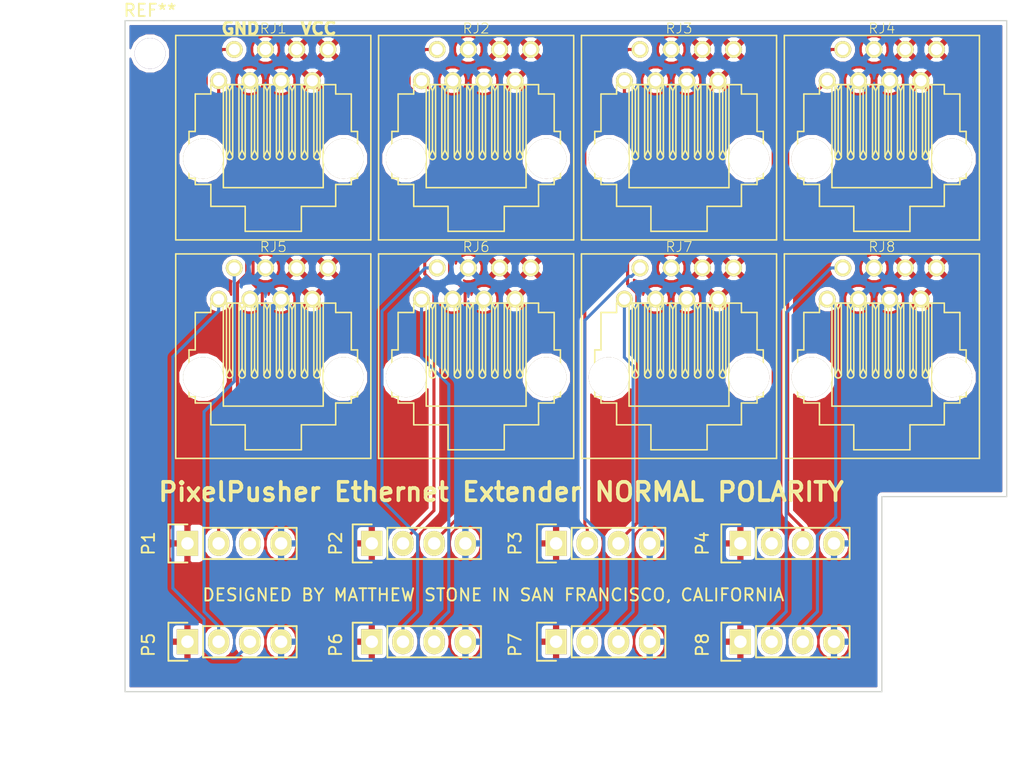
<source format=kicad_pcb>
(kicad_pcb (version 4) (host pcbnew "(2015-06-24 BZR 5814, Git a8bffb8)-product")
  (layers (0 F.Cu signal) (31 B.Cu signal) (34 B.Paste user) (35 F.Paste user) (36 B.SilkS user) (37 F.SilkS user) (38 B.Mask user) (39 F.Mask user) (44 Edge.Cuts user))
  (net 0 "")
  (net 1 VCC)
  (net 2 "Net-(P1-Pad2)")
  (net 3 "Net-(P1-Pad3)")
  (net 4 GND)
  (net 5 "Net-(P2-Pad2)")
  (net 6 "Net-(P2-Pad3)")
  (net 7 "Net-(P3-Pad2)")
  (net 8 "Net-(P3-Pad3)")
  (net 9 "Net-(P4-Pad2)")
  (net 10 "Net-(P4-Pad3)")
  (net 11 "Net-(P5-Pad2)")
  (net 12 "Net-(P5-Pad3)")
  (net 13 "Net-(P6-Pad2)")
  (net 14 "Net-(P6-Pad3)")
  (net 15 "Net-(P7-Pad2)")
  (net 16 "Net-(P7-Pad3)")
  (net 17 "Net-(P8-Pad2)")
  (net 18 "Net-(P8-Pad3)")
  (module Pin_Headers:Pin_Header_Straight_1x04 (layer F.Cu) (at 159.78 136.27 90)
    (fp_text reference P6 (at -0.255 -2.935 90) (layer F.SilkS))
    (fp_text value CONN_01X04 hide)
    (pad 1 thru_hole rect (at 0 0 90) (size 2.032 1.7272) (drill 1.016) (layers *.Cu *.Mask F.SilkS) (net 1 VCC))
    (pad 2 thru_hole oval (at 0 2.54 90) (size 2.032 1.7272) (drill 1.016) (layers *.Cu *.Mask F.SilkS) (net 13 "Net-(P6-Pad2)"))
    (pad 3 thru_hole oval (at 0 5.08 90) (size 2.032 1.7272) (drill 1.016) (layers *.Cu *.Mask F.SilkS) (net 14 "Net-(P6-Pad3)"))
    (pad 4 thru_hole oval (at 0 7.62 90) (size 2.032 1.7272) (drill 1.016) (layers *.Cu *.Mask F.SilkS) (net 4 GND))
  )
  (module Pin_Headers:Pin_Header_Straight_1x04 (layer F.Cu) (at 174.78 128.27 90)
    (fp_text reference P3 (at 0 -3.33 90) (layer F.SilkS))
    (fp_text value CONN_01X04 hide)
    (pad 1 thru_hole rect (at 0 0 90) (size 2.032 1.7272) (drill 1.016) (layers *.Cu *.Mask F.SilkS) (net 1 VCC))
    (pad 2 thru_hole oval (at 0 2.54 90) (size 2.032 1.7272) (drill 1.016) (layers *.Cu *.Mask F.SilkS) (net 7 "Net-(P3-Pad2)"))
    (pad 3 thru_hole oval (at 0 5.08 90) (size 2.032 1.7272) (drill 1.016) (layers *.Cu *.Mask F.SilkS) (net 8 "Net-(P3-Pad3)"))
    (pad 4 thru_hole oval (at 0 7.62 90) (size 2.032 1.7272) (drill 1.016) (layers *.Cu *.Mask F.SilkS) (net 4 GND))
  )
  (module Pin_Headers:Pin_Header_Straight_1x04 (layer F.Cu) (at 189.78 136.27 90)
    (fp_text reference P8 (at -0.255 -3.09 90) (layer F.SilkS))
    (fp_text value CONN_01X04 hide)
    (pad 1 thru_hole rect (at 0 0 90) (size 2.032 1.7272) (drill 1.016) (layers *.Cu *.Mask F.SilkS) (net 1 VCC))
    (pad 2 thru_hole oval (at 0 2.54 90) (size 2.032 1.7272) (drill 1.016) (layers *.Cu *.Mask F.SilkS) (net 17 "Net-(P8-Pad2)"))
    (pad 3 thru_hole oval (at 0 5.08 90) (size 2.032 1.7272) (drill 1.016) (layers *.Cu *.Mask F.SilkS) (net 18 "Net-(P8-Pad3)"))
    (pad 4 thru_hole oval (at 0 7.62 90) (size 2.032 1.7272) (drill 1.016) (layers *.Cu *.Mask F.SilkS) (net 4 GND))
  )
  (module Pin_Headers:Pin_Header_Straight_1x04 (layer F.Cu) (at 174.78 136.27 90)
    (fp_text reference P7 (at -0.255 -3.33 90) (layer F.SilkS))
    (fp_text value CONN_01X04 hide)
    (pad 1 thru_hole rect (at 0 0 90) (size 2.032 1.7272) (drill 1.016) (layers *.Cu *.Mask F.SilkS) (net 1 VCC))
    (pad 2 thru_hole oval (at 0 2.54 90) (size 2.032 1.7272) (drill 1.016) (layers *.Cu *.Mask F.SilkS) (net 15 "Net-(P7-Pad2)"))
    (pad 3 thru_hole oval (at 0 5.08 90) (size 2.032 1.7272) (drill 1.016) (layers *.Cu *.Mask F.SilkS) (net 16 "Net-(P7-Pad3)"))
    (pad 4 thru_hole oval (at 0 7.62 90) (size 2.032 1.7272) (drill 1.016) (layers *.Cu *.Mask F.SilkS) (net 4 GND))
  )
  (module Pin_Headers:Pin_Header_Straight_1x04 (layer F.Cu) (at 144.78 136.27 90)
    (fp_text reference P5 (at -0.255 -3.175 90) (layer F.SilkS))
    (fp_text value CONN_01X04 hide)
    (pad 1 thru_hole rect (at 0 0 90) (size 2.032 1.7272) (drill 1.016) (layers *.Cu *.Mask F.SilkS) (net 1 VCC))
    (pad 2 thru_hole oval (at 0 2.54 90) (size 2.032 1.7272) (drill 1.016) (layers *.Cu *.Mask F.SilkS) (net 11 "Net-(P5-Pad2)"))
    (pad 3 thru_hole oval (at 0 5.08 90) (size 2.032 1.7272) (drill 1.016) (layers *.Cu *.Mask F.SilkS) (net 12 "Net-(P5-Pad3)"))
    (pad 4 thru_hole oval (at 0 7.62 90) (size 2.032 1.7272) (drill 1.016) (layers *.Cu *.Mask F.SilkS) (net 4 GND))
  )
  (module Pin_Headers:Pin_Header_Straight_1x04 (layer F.Cu) (at 189.78 128.27 90)
    (fp_text reference P4 (at 0 -3.09 90) (layer F.SilkS))
    (fp_text value CONN_01X04 hide)
    (pad 1 thru_hole rect (at 0 0 90) (size 2.032 1.7272) (drill 1.016) (layers *.Cu *.Mask F.SilkS) (net 1 VCC))
    (pad 2 thru_hole oval (at 0 2.54 90) (size 2.032 1.7272) (drill 1.016) (layers *.Cu *.Mask F.SilkS) (net 9 "Net-(P4-Pad2)"))
    (pad 3 thru_hole oval (at 0 5.08 90) (size 2.032 1.7272) (drill 1.016) (layers *.Cu *.Mask F.SilkS) (net 10 "Net-(P4-Pad3)"))
    (pad 4 thru_hole oval (at 0 7.62 90) (size 2.032 1.7272) (drill 1.016) (layers *.Cu *.Mask F.SilkS) (net 4 GND))
  )
  (module Pin_Headers:Pin_Header_Straight_1x04 (layer F.Cu) (at 159.78 128.27 90)
    (fp_text reference P2 (at 0 -2.935 90) (layer F.SilkS))
    (fp_text value CONN_01X04 hide)
    (pad 1 thru_hole rect (at 0 0 90) (size 2.032 1.7272) (drill 1.016) (layers *.Cu *.Mask F.SilkS) (net 1 VCC))
    (pad 2 thru_hole oval (at 0 2.54 90) (size 2.032 1.7272) (drill 1.016) (layers *.Cu *.Mask F.SilkS) (net 5 "Net-(P2-Pad2)"))
    (pad 3 thru_hole oval (at 0 5.08 90) (size 2.032 1.7272) (drill 1.016) (layers *.Cu *.Mask F.SilkS) (net 6 "Net-(P2-Pad3)"))
    (pad 4 thru_hole oval (at 0 7.62 90) (size 2.032 1.7272) (drill 1.016) (layers *.Cu *.Mask F.SilkS) (net 4 GND))
  )
  (module ab2_connector:AB2_RJ45_VERT_UNSHIELDED (layer F.Cu) (at 151.765 95.25)
    (fp_text reference RJ1 (at 0 -8.89) (layer F.SilkS) (effects (font (size 0.8128 0.8128) (thickness 0.0762))))
    (fp_text value AB2_RJ45 hide)
    (pad 8 thru_hole circle (at 4.445 -7.18) (size 1.3716 1.3716) (drill 0.9144) (layers *.Cu *.Mask F.SilkS) (net 1 VCC))
    (pad 6 thru_hole circle (at 1.905 -7.18) (size 1.3716 1.3716) (drill 0.9144) (layers *.Cu *.Mask F.SilkS) (net 1 VCC))
    (pad 1 thru_hole circle (at -4.445 -4.64) (size 1.3716 1.3716) (drill 0.9144) (layers *.Cu *.Mask F.SilkS) (net 3 "Net-(P1-Pad3)"))
    (pad 2 thru_hole circle (at -3.175 -7.18) (size 1.3716 1.3716) (drill 0.9144) (layers *.Cu *.Mask F.SilkS) (net 2 "Net-(P1-Pad2)"))
    (pad 3 thru_hole circle (at -1.905 -4.64) (size 1.3716 1.3716) (drill 0.9144) (layers *.Cu *.Mask F.SilkS) (net 4 GND))
    (pad 4 thru_hole circle (at -0.635 -7.18) (size 1.3716 1.3716) (drill 0.9144) (layers *.Cu *.Mask F.SilkS) (net 4 GND))
    (pad 5 thru_hole circle (at 0.635 -4.64) (size 1.3716 1.3716) (drill 0.9144) (layers *.Cu *.Mask F.SilkS) (net 4 GND))
    (pad 7 thru_hole circle (at 3.175 -4.64) (size 1.3716 1.3716) (drill 0.9144) (layers *.Cu *.Mask F.SilkS) (net 1 VCC))
    (pad "" thru_hole circle (at -5.715 1.71) (size 3.25 3.25) (drill 3.25) (layers *.Cu *.Mask F.SilkS))
    (pad "" thru_hole circle (at 5.715 1.71) (size 3.25 3.25) (drill 3.25) (layers *.Cu *.Mask F.SilkS))
  )
  (module Pin_Headers:Pin_Header_Straight_1x04 (layer F.Cu) (at 144.78 128.27 90)
    (fp_text reference P1 (at 0 -3.175 90) (layer F.SilkS))
    (fp_text value CONN_01X04 hide)
    (pad 1 thru_hole rect (at 0 0 90) (size 2.032 1.7272) (drill 1.016) (layers *.Cu *.Mask F.SilkS) (net 1 VCC))
    (pad 2 thru_hole oval (at 0 2.54 90) (size 2.032 1.7272) (drill 1.016) (layers *.Cu *.Mask F.SilkS) (net 2 "Net-(P1-Pad2)"))
    (pad 3 thru_hole oval (at 0 5.08 90) (size 2.032 1.7272) (drill 1.016) (layers *.Cu *.Mask F.SilkS) (net 3 "Net-(P1-Pad3)"))
    (pad 4 thru_hole oval (at 0 7.62 90) (size 2.032 1.7272) (drill 1.016) (layers *.Cu *.Mask F.SilkS) (net 4 GND))
  )
  (module ab2_connector:AB2_RJ45_VERT_UNSHIELDED (layer F.Cu) (at 168.275 95.25)
    (fp_text reference RJ2 (at 0 -8.89) (layer F.SilkS) (effects (font (size 0.8128 0.8128) (thickness 0.0762))))
    (fp_text value AB2_RJ45 hide)
    (pad 8 thru_hole circle (at 4.445 -7.18) (size 1.3716 1.3716) (drill 0.9144) (layers *.Cu *.Mask F.SilkS) (net 1 VCC))
    (pad 6 thru_hole circle (at 1.905 -7.18) (size 1.3716 1.3716) (drill 0.9144) (layers *.Cu *.Mask F.SilkS) (net 1 VCC))
    (pad 1 thru_hole circle (at -4.445 -4.64) (size 1.3716 1.3716) (drill 0.9144) (layers *.Cu *.Mask F.SilkS) (net 6 "Net-(P2-Pad3)"))
    (pad 2 thru_hole circle (at -3.175 -7.18) (size 1.3716 1.3716) (drill 0.9144) (layers *.Cu *.Mask F.SilkS) (net 5 "Net-(P2-Pad2)"))
    (pad 3 thru_hole circle (at -1.905 -4.64) (size 1.3716 1.3716) (drill 0.9144) (layers *.Cu *.Mask F.SilkS) (net 4 GND))
    (pad 4 thru_hole circle (at -0.635 -7.18) (size 1.3716 1.3716) (drill 0.9144) (layers *.Cu *.Mask F.SilkS) (net 4 GND))
    (pad 5 thru_hole circle (at 0.635 -4.64) (size 1.3716 1.3716) (drill 0.9144) (layers *.Cu *.Mask F.SilkS) (net 4 GND))
    (pad 7 thru_hole circle (at 3.175 -4.64) (size 1.3716 1.3716) (drill 0.9144) (layers *.Cu *.Mask F.SilkS) (net 1 VCC))
    (pad "" thru_hole circle (at -5.715 1.71) (size 3.25 3.25) (drill 3.25) (layers *.Cu *.Mask F.SilkS))
    (pad "" thru_hole circle (at 5.715 1.71) (size 3.25 3.25) (drill 3.25) (layers *.Cu *.Mask F.SilkS))
  )
  (module ab2_connector:AB2_RJ45_VERT_UNSHIELDED (layer F.Cu) (at 184.785 95.25)
    (fp_text reference RJ3 (at 0 -8.89) (layer F.SilkS) (effects (font (size 0.8128 0.8128) (thickness 0.0762))))
    (fp_text value AB2_RJ45 hide)
    (pad 8 thru_hole circle (at 4.445 -7.18) (size 1.3716 1.3716) (drill 0.9144) (layers *.Cu *.Mask F.SilkS) (net 1 VCC))
    (pad 6 thru_hole circle (at 1.905 -7.18) (size 1.3716 1.3716) (drill 0.9144) (layers *.Cu *.Mask F.SilkS) (net 1 VCC))
    (pad 1 thru_hole circle (at -4.445 -4.64) (size 1.3716 1.3716) (drill 0.9144) (layers *.Cu *.Mask F.SilkS) (net 8 "Net-(P3-Pad3)"))
    (pad 2 thru_hole circle (at -3.175 -7.18) (size 1.3716 1.3716) (drill 0.9144) (layers *.Cu *.Mask F.SilkS) (net 7 "Net-(P3-Pad2)"))
    (pad 3 thru_hole circle (at -1.905 -4.64) (size 1.3716 1.3716) (drill 0.9144) (layers *.Cu *.Mask F.SilkS) (net 4 GND))
    (pad 4 thru_hole circle (at -0.635 -7.18) (size 1.3716 1.3716) (drill 0.9144) (layers *.Cu *.Mask F.SilkS) (net 4 GND))
    (pad 5 thru_hole circle (at 0.635 -4.64) (size 1.3716 1.3716) (drill 0.9144) (layers *.Cu *.Mask F.SilkS) (net 4 GND))
    (pad 7 thru_hole circle (at 3.175 -4.64) (size 1.3716 1.3716) (drill 0.9144) (layers *.Cu *.Mask F.SilkS) (net 1 VCC))
    (pad "" thru_hole circle (at -5.715 1.71) (size 3.25 3.25) (drill 3.25) (layers *.Cu *.Mask F.SilkS))
    (pad "" thru_hole circle (at 5.715 1.71) (size 3.25 3.25) (drill 3.25) (layers *.Cu *.Mask F.SilkS))
  )
  (module ab2_connector:AB2_RJ45_VERT_UNSHIELDED (layer F.Cu) (at 201.295 95.25)
    (fp_text reference RJ4 (at 0 -8.89) (layer F.SilkS) (effects (font (size 0.8128 0.8128) (thickness 0.0762))))
    (fp_text value AB2_RJ45 hide)
    (pad 8 thru_hole circle (at 4.445 -7.18) (size 1.3716 1.3716) (drill 0.9144) (layers *.Cu *.Mask F.SilkS) (net 1 VCC))
    (pad 6 thru_hole circle (at 1.905 -7.18) (size 1.3716 1.3716) (drill 0.9144) (layers *.Cu *.Mask F.SilkS) (net 1 VCC))
    (pad 1 thru_hole circle (at -4.445 -4.64) (size 1.3716 1.3716) (drill 0.9144) (layers *.Cu *.Mask F.SilkS) (net 10 "Net-(P4-Pad3)"))
    (pad 2 thru_hole circle (at -3.175 -7.18) (size 1.3716 1.3716) (drill 0.9144) (layers *.Cu *.Mask F.SilkS) (net 9 "Net-(P4-Pad2)"))
    (pad 3 thru_hole circle (at -1.905 -4.64) (size 1.3716 1.3716) (drill 0.9144) (layers *.Cu *.Mask F.SilkS) (net 4 GND))
    (pad 4 thru_hole circle (at -0.635 -7.18) (size 1.3716 1.3716) (drill 0.9144) (layers *.Cu *.Mask F.SilkS) (net 4 GND))
    (pad 5 thru_hole circle (at 0.635 -4.64) (size 1.3716 1.3716) (drill 0.9144) (layers *.Cu *.Mask F.SilkS) (net 4 GND))
    (pad 7 thru_hole circle (at 3.175 -4.64) (size 1.3716 1.3716) (drill 0.9144) (layers *.Cu *.Mask F.SilkS) (net 1 VCC))
    (pad "" thru_hole circle (at -5.715 1.71) (size 3.25 3.25) (drill 3.25) (layers *.Cu *.Mask F.SilkS))
    (pad "" thru_hole circle (at 5.715 1.71) (size 3.25 3.25) (drill 3.25) (layers *.Cu *.Mask F.SilkS))
  )
  (module ab2_connector:AB2_RJ45_VERT_UNSHIELDED (layer F.Cu) (at 151.765 113.03)
    (fp_text reference RJ5 (at 0 -8.89) (layer F.SilkS) (effects (font (size 0.8128 0.8128) (thickness 0.0762))))
    (fp_text value AB2_RJ45 hide)
    (pad 8 thru_hole circle (at 4.445 -7.18) (size 1.3716 1.3716) (drill 0.9144) (layers *.Cu *.Mask F.SilkS) (net 1 VCC))
    (pad 6 thru_hole circle (at 1.905 -7.18) (size 1.3716 1.3716) (drill 0.9144) (layers *.Cu *.Mask F.SilkS) (net 1 VCC))
    (pad 1 thru_hole circle (at -4.445 -4.64) (size 1.3716 1.3716) (drill 0.9144) (layers *.Cu *.Mask F.SilkS) (net 12 "Net-(P5-Pad3)"))
    (pad 2 thru_hole circle (at -3.175 -7.18) (size 1.3716 1.3716) (drill 0.9144) (layers *.Cu *.Mask F.SilkS) (net 11 "Net-(P5-Pad2)"))
    (pad 3 thru_hole circle (at -1.905 -4.64) (size 1.3716 1.3716) (drill 0.9144) (layers *.Cu *.Mask F.SilkS) (net 4 GND))
    (pad 4 thru_hole circle (at -0.635 -7.18) (size 1.3716 1.3716) (drill 0.9144) (layers *.Cu *.Mask F.SilkS) (net 4 GND))
    (pad 5 thru_hole circle (at 0.635 -4.64) (size 1.3716 1.3716) (drill 0.9144) (layers *.Cu *.Mask F.SilkS) (net 4 GND))
    (pad 7 thru_hole circle (at 3.175 -4.64) (size 1.3716 1.3716) (drill 0.9144) (layers *.Cu *.Mask F.SilkS) (net 1 VCC))
    (pad "" thru_hole circle (at -5.715 1.71) (size 3.25 3.25) (drill 3.25) (layers *.Cu *.Mask F.SilkS))
    (pad "" thru_hole circle (at 5.715 1.71) (size 3.25 3.25) (drill 3.25) (layers *.Cu *.Mask F.SilkS))
  )
  (module ab2_connector:AB2_RJ45_VERT_UNSHIELDED (layer F.Cu) (at 168.275 113.03)
    (fp_text reference RJ6 (at 0 -8.89) (layer F.SilkS) (effects (font (size 0.8128 0.8128) (thickness 0.0762))))
    (fp_text value AB2_RJ45 hide)
    (pad 8 thru_hole circle (at 4.445 -7.18) (size 1.3716 1.3716) (drill 0.9144) (layers *.Cu *.Mask F.SilkS) (net 1 VCC))
    (pad 6 thru_hole circle (at 1.905 -7.18) (size 1.3716 1.3716) (drill 0.9144) (layers *.Cu *.Mask F.SilkS) (net 1 VCC))
    (pad 1 thru_hole circle (at -4.445 -4.64) (size 1.3716 1.3716) (drill 0.9144) (layers *.Cu *.Mask F.SilkS) (net 14 "Net-(P6-Pad3)"))
    (pad 2 thru_hole circle (at -3.175 -7.18) (size 1.3716 1.3716) (drill 0.9144) (layers *.Cu *.Mask F.SilkS) (net 13 "Net-(P6-Pad2)"))
    (pad 3 thru_hole circle (at -1.905 -4.64) (size 1.3716 1.3716) (drill 0.9144) (layers *.Cu *.Mask F.SilkS) (net 4 GND))
    (pad 4 thru_hole circle (at -0.635 -7.18) (size 1.3716 1.3716) (drill 0.9144) (layers *.Cu *.Mask F.SilkS) (net 4 GND))
    (pad 5 thru_hole circle (at 0.635 -4.64) (size 1.3716 1.3716) (drill 0.9144) (layers *.Cu *.Mask F.SilkS) (net 4 GND))
    (pad 7 thru_hole circle (at 3.175 -4.64) (size 1.3716 1.3716) (drill 0.9144) (layers *.Cu *.Mask F.SilkS) (net 1 VCC))
    (pad "" thru_hole circle (at -5.715 1.71) (size 3.25 3.25) (drill 3.25) (layers *.Cu *.Mask F.SilkS))
    (pad "" thru_hole circle (at 5.715 1.71) (size 3.25 3.25) (drill 3.25) (layers *.Cu *.Mask F.SilkS))
  )
  (module ab2_connector:AB2_RJ45_VERT_UNSHIELDED (layer F.Cu) (at 184.785 113.03)
    (fp_text reference RJ7 (at 0 -8.89) (layer F.SilkS) (effects (font (size 0.8128 0.8128) (thickness 0.0762))))
    (fp_text value AB2_RJ45 hide)
    (pad 8 thru_hole circle (at 4.445 -7.18) (size 1.3716 1.3716) (drill 0.9144) (layers *.Cu *.Mask F.SilkS) (net 1 VCC))
    (pad 6 thru_hole circle (at 1.905 -7.18) (size 1.3716 1.3716) (drill 0.9144) (layers *.Cu *.Mask F.SilkS) (net 1 VCC))
    (pad 1 thru_hole circle (at -4.445 -4.64) (size 1.3716 1.3716) (drill 0.9144) (layers *.Cu *.Mask F.SilkS) (net 16 "Net-(P7-Pad3)"))
    (pad 2 thru_hole circle (at -3.175 -7.18) (size 1.3716 1.3716) (drill 0.9144) (layers *.Cu *.Mask F.SilkS) (net 15 "Net-(P7-Pad2)"))
    (pad 3 thru_hole circle (at -1.905 -4.64) (size 1.3716 1.3716) (drill 0.9144) (layers *.Cu *.Mask F.SilkS) (net 4 GND))
    (pad 4 thru_hole circle (at -0.635 -7.18) (size 1.3716 1.3716) (drill 0.9144) (layers *.Cu *.Mask F.SilkS) (net 4 GND))
    (pad 5 thru_hole circle (at 0.635 -4.64) (size 1.3716 1.3716) (drill 0.9144) (layers *.Cu *.Mask F.SilkS) (net 4 GND))
    (pad 7 thru_hole circle (at 3.175 -4.64) (size 1.3716 1.3716) (drill 0.9144) (layers *.Cu *.Mask F.SilkS) (net 1 VCC))
    (pad "" thru_hole circle (at -5.715 1.71) (size 3.25 3.25) (drill 3.25) (layers *.Cu *.Mask F.SilkS))
    (pad "" thru_hole circle (at 5.715 1.71) (size 3.25 3.25) (drill 3.25) (layers *.Cu *.Mask F.SilkS))
  )
  (module ab2_connector:AB2_RJ45_VERT_UNSHIELDED (layer F.Cu) (at 201.295 113.03)
    (fp_text reference RJ8 (at 0 -8.89) (layer F.SilkS) (effects (font (size 0.8128 0.8128) (thickness 0.0762))))
    (fp_text value AB2_RJ45 hide)
    (pad 8 thru_hole circle (at 4.445 -7.18) (size 1.3716 1.3716) (drill 0.9144) (layers *.Cu *.Mask F.SilkS) (net 1 VCC))
    (pad 6 thru_hole circle (at 1.905 -7.18) (size 1.3716 1.3716) (drill 0.9144) (layers *.Cu *.Mask F.SilkS) (net 1 VCC))
    (pad 1 thru_hole circle (at -4.445 -4.64) (size 1.3716 1.3716) (drill 0.9144) (layers *.Cu *.Mask F.SilkS) (net 18 "Net-(P8-Pad3)"))
    (pad 2 thru_hole circle (at -3.175 -7.18) (size 1.3716 1.3716) (drill 0.9144) (layers *.Cu *.Mask F.SilkS) (net 17 "Net-(P8-Pad2)"))
    (pad 3 thru_hole circle (at -1.905 -4.64) (size 1.3716 1.3716) (drill 0.9144) (layers *.Cu *.Mask F.SilkS) (net 4 GND))
    (pad 4 thru_hole circle (at -0.635 -7.18) (size 1.3716 1.3716) (drill 0.9144) (layers *.Cu *.Mask F.SilkS) (net 4 GND))
    (pad 5 thru_hole circle (at 0.635 -4.64) (size 1.3716 1.3716) (drill 0.9144) (layers *.Cu *.Mask F.SilkS) (net 4 GND))
    (pad 7 thru_hole circle (at 3.175 -4.64) (size 1.3716 1.3716) (drill 0.9144) (layers *.Cu *.Mask F.SilkS) (net 1 VCC))
    (pad "" thru_hole circle (at -5.715 1.71) (size 3.25 3.25) (drill 3.25) (layers *.Cu *.Mask F.SilkS))
    (pad "" thru_hole circle (at 5.715 1.71) (size 3.25 3.25) (drill 3.25) (layers *.Cu *.Mask F.SilkS))
  )
  (module Mounting_Holes:MountingHole_2-5mm (layer F.Cu) (at 141.732 88.392)
    (fp_text reference REF** (at 0 -3.50012) (layer F.SilkS))
    (fp_text value MountingHole_2-5mm)
    (pad 1 thru_hole circle (at 0 0) (size 2.5 2.5) (drill 2.5) (layers))
  )
  (gr_line (start 139.7 85.725) (end 142.875 85.725) (angle 90) (layer Edge.Cuts) (width 0.1))
  (gr_line (start 139.7 123.825) (end 139.7 85.725) (angle 90) (layer Edge.Cuts) (width 0.1))
  (gr_text GND (at 149.098 86.36) (layer F.SilkS) (effects (font (size 1 1) (thickness 0.25))))
  (gr_text VCC (at 155.448 86.36) (layer F.SilkS) (effects (font (size 1 1) (thickness 0.25))))
  (gr_text "PixelPusher Ethernet Extender NORMAL POLARITY" (at 170.307 124.079) (layer F.SilkS) (effects (font (size 1.5 1.5) (thickness 0.3))))
  (gr_text "DESIGNED BY MATTHEW STONE IN SAN FRANCISCO, CALIFORNIA" (at 169.672 132.461) (layer F.SilkS) (effects (font (size 1 1))))
  (gr_line (start 211.455 85.725) (end 142.875 85.725) (layer Edge.Cuts) (width 0.1))
  (gr_line (start 211.455 124.46) (end 211.455 85.725) (layer Edge.Cuts) (width 0.1))
  (gr_line (start 201.295 124.46) (end 211.455 124.46) (layer Edge.Cuts) (width 0.1))
  (gr_line (start 201.295 140.335) (end 201.295 124.46) (layer Edge.Cuts) (width 0.1))
  (gr_line (start 139.7 140.335) (end 201.295 140.335) (layer Edge.Cuts) (width 0.1))
  (gr_line (start 139.7 123.825) (end 139.7 140.335) (layer Edge.Cuts) (width 0.1))
  (segment (start 187.96 90.61) (end 187.700801 90.869199) (width 0.25) (layer F.Cu) (net 1))
  (segment (start 172.72 105.85) (end 172.460801 106.109199) (width 0.25) (layer B.Cu) (net 1))
  (segment (start 147.32 128.27) (end 147.32 127.004) (width 0.25) (layer F.Cu) (net 2))
  (segment (start 147.32 127.004) (end 148.849199 125.474801) (width 0.25) (layer F.Cu) (net 2))
  (segment (start 148.849199 125.474801) (end 148.849199 107.086787) (width 0.25) (layer F.Cu) (net 2))
  (segment (start 148.849199 107.086787) (end 149.600801 106.335185) (width 0.25) (layer F.Cu) (net 2))
  (segment (start 149.600801 106.335185) (end 149.600801 94.497078) (width 0.25) (layer F.Cu) (net 2))
  (segment (start 149.600801 94.497078) (end 146.309199 91.205476) (width 0.25) (layer F.Cu) (net 2))
  (segment (start 146.309199 91.205476) (end 146.309199 89.380934) (width 0.25) (layer F.Cu) (net 2))
  (segment (start 146.309199 89.380934) (end 147.620133 88.07) (width 0.25) (layer F.Cu) (net 2))
  (segment (start 147.620133 88.07) (end 148.59 88.07) (width 0.25) (layer F.Cu) (net 2))
  (segment (start 147.32 128.1176) (end 147.32 128.27) (width 0.25) (layer F.Cu) (net 2))
  (segment (start 147.32 90.61) (end 147.32 91.579867) (width 0.25) (layer F.Cu) (net 3))
  (segment (start 147.32 91.579867) (end 150.119199 94.379066) (width 0.25) (layer F.Cu) (net 3))
  (segment (start 150.119199 94.379066) (end 150.119199 107.153213) (width 0.25) (layer F.Cu) (net 3))
  (segment (start 150.119199 107.153213) (end 150.870801 107.904815) (width 0.25) (layer F.Cu) (net 3))
  (segment (start 150.870801 107.904815) (end 150.870801 125.993199) (width 0.25) (layer F.Cu) (net 3))
  (segment (start 150.870801 125.993199) (end 149.86 127.004) (width 0.25) (layer F.Cu) (net 3))
  (segment (start 149.86 127.004) (end 149.86 128.27) (width 0.25) (layer F.Cu) (net 3))
  (segment (start 149.86 128.1176) (end 149.86 128.27) (width 0.25) (layer F.Cu) (net 3))
  (segment (start 165.1 88.07) (end 164.130133 88.07) (width 0.25) (layer F.Cu) (net 5))
  (segment (start 164.614815 92.890801) (end 164.614815 104.839199) (width 0.25) (layer F.Cu) (net 5))
  (segment (start 164.614815 104.839199) (end 164.089199 105.364815) (width 0.25) (layer F.Cu) (net 5))
  (segment (start 164.089199 105.364815) (end 164.089199 106.335185) (width 0.25) (layer F.Cu) (net 5))
  (segment (start 164.130133 88.07) (end 162.819199 89.380934) (width 0.25) (layer F.Cu) (net 5))
  (segment (start 162.819199 89.380934) (end 162.819199 91.095185) (width 0.25) (layer F.Cu) (net 5))
  (segment (start 162.819199 91.095185) (end 164.614815 92.890801) (width 0.25) (layer F.Cu) (net 5))
  (segment (start 164.089199 106.335185) (end 164.840801 107.086787) (width 0.25) (layer F.Cu) (net 5))
  (segment (start 164.840801 107.086787) (end 164.840801 125.596799) (width 0.25) (layer F.Cu) (net 5))
  (segment (start 164.840801 125.596799) (end 162.32 128.1176) (width 0.25) (layer F.Cu) (net 5))
  (segment (start 162.32 128.1176) (end 162.32 128.27) (width 0.25) (layer F.Cu) (net 5))
  (segment (start 163.83 90.61) (end 166.110801 92.890801) (width 0.25) (layer F.Cu) (net 6))
  (segment (start 166.110801 92.890801) (end 166.110801 106.420801) (width 0.25) (layer F.Cu) (net 6))
  (segment (start 166.110801 106.420801) (end 167.380801 107.690801) (width 0.25) (layer F.Cu) (net 6))
  (segment (start 167.380801 107.690801) (end 167.380801 125.596799) (width 0.25) (layer F.Cu) (net 6))
  (segment (start 167.380801 125.596799) (end 164.86 128.1176) (width 0.25) (layer F.Cu) (net 6))
  (segment (start 164.86 128.1176) (end 164.86 128.27) (width 0.25) (layer F.Cu) (net 6))
  (segment (start 181.61 88.07) (end 180.640133 88.07) (width 0.25) (layer F.Cu) (net 7))
  (segment (start 180.640133 88.07) (end 177.119999 91.590134) (width 0.25) (layer F.Cu) (net 7))
  (segment (start 177.119999 91.590134) (end 177.119999 126.803999) (width 0.25) (layer F.Cu) (net 7))
  (segment (start 177.119999 126.803999) (end 177.32 127.004) (width 0.25) (layer F.Cu) (net 7))
  (segment (start 177.32 127.004) (end 177.32 128.27) (width 0.25) (layer F.Cu) (net 7))
  (segment (start 177.32 128.1176) (end 177.32 128.27) (width 0.25) (layer F.Cu) (net 7))
  (segment (start 180.34 90.61) (end 180.34 91.579867) (width 0.25) (layer F.Cu) (net 8))
  (segment (start 180.34 91.579867) (end 181.124815 92.364682) (width 0.25) (layer F.Cu) (net 8))
  (segment (start 181.124815 92.364682) (end 181.124815 104.839199) (width 0.25) (layer F.Cu) (net 8))
  (segment (start 181.124815 104.839199) (end 180.599199 105.364815) (width 0.25) (layer F.Cu) (net 8))
  (segment (start 180.599199 105.364815) (end 180.599199 107.153213) (width 0.25) (layer F.Cu) (net 8))
  (segment (start 180.599199 107.153213) (end 181.350801 107.904815) (width 0.25) (layer F.Cu) (net 8))
  (segment (start 181.350801 107.904815) (end 181.350801 126.626799) (width 0.25) (layer F.Cu) (net 8))
  (segment (start 181.350801 126.626799) (end 179.86 128.1176) (width 0.25) (layer F.Cu) (net 8))
  (segment (start 179.86 128.1176) (end 179.86 128.27) (width 0.25) (layer F.Cu) (net 8))
  (segment (start 198.12 88.07) (end 197.150133 88.07) (width 0.25) (layer F.Cu) (net 9))
  (segment (start 197.150133 88.07) (end 192.450001 92.770132) (width 0.25) (layer F.Cu) (net 9))
  (segment (start 192.450001 92.770132) (end 192.450001 126.873999) (width 0.25) (layer F.Cu) (net 9))
  (segment (start 192.450001 126.873999) (end 192.32 127.004) (width 0.25) (layer F.Cu) (net 9))
  (segment (start 192.32 127.004) (end 192.32 128.27) (width 0.25) (layer F.Cu) (net 9))
  (segment (start 192.32 128.1176) (end 192.32 128.27) (width 0.25) (layer F.Cu) (net 9))
  (segment (start 196.85 90.61) (end 193.629999 93.830001) (width 0.25) (layer F.Cu) (net 10))
  (segment (start 193.629999 93.830001) (end 193.629999 125.773999) (width 0.25) (layer F.Cu) (net 10))
  (segment (start 193.629999 125.773999) (end 194.86 127.004) (width 0.25) (layer F.Cu) (net 10))
  (segment (start 194.86 127.004) (end 194.86 128.27) (width 0.25) (layer F.Cu) (net 10))
  (segment (start 194.86 128.1176) (end 194.86 128.27) (width 0.25) (layer F.Cu) (net 10))
  (segment (start 147.32 136.27) (end 147.32 135.004) (width 0.25) (layer B.Cu) (net 11))
  (segment (start 147.32 135.004) (end 146.13139 133.81539) (width 0.25) (layer B.Cu) (net 11))
  (segment (start 146.13139 133.81539) (end 146.13139 117.544612) (width 0.25) (layer B.Cu) (net 11))
  (segment (start 146.13139 117.544612) (end 148.59 115.086002) (width 0.25) (layer B.Cu) (net 11))
  (segment (start 148.59 115.086002) (end 148.59 106.819867) (width 0.25) (layer B.Cu) (net 11))
  (segment (start 148.59 106.819867) (end 148.59 105.85) (width 0.25) (layer B.Cu) (net 11))
  (segment (start 147.32 136.1176) (end 147.32 136.27) (width 0.25) (layer B.Cu) (net 11))
  (segment (start 147.32 108.39) (end 147.32 109.359867) (width 0.25) (layer B.Cu) (net 12))
  (segment (start 147.32 109.359867) (end 143.591399 113.088468) (width 0.25) (layer B.Cu) (net 12))
  (segment (start 143.591399 113.088468) (end 143.591399 131.911809) (width 0.25) (layer B.Cu) (net 12))
  (segment (start 143.591399 131.911809) (end 146.13139 134.4518) (width 0.25) (layer B.Cu) (net 12))
  (segment (start 146.13139 134.4518) (end 146.13139 136.914738) (width 0.25) (layer B.Cu) (net 12))
  (segment (start 146.13139 136.914738) (end 146.827662 137.61101) (width 0.25) (layer B.Cu) (net 12))
  (segment (start 146.827662 137.61101) (end 148.67139 137.61101) (width 0.25) (layer B.Cu) (net 12))
  (segment (start 148.67139 137.61101) (end 149.86 136.4224) (width 0.25) (layer B.Cu) (net 12))
  (segment (start 149.86 136.4224) (end 149.86 136.27) (width 0.25) (layer B.Cu) (net 12))
  (segment (start 149.86 136.1176) (end 149.86 136.27) (width 0.25) (layer B.Cu) (net 12))
  (segment (start 165.1 105.85) (end 164.130133 105.85) (width 0.25) (layer B.Cu) (net 13))
  (segment (start 164.130133 105.85) (end 160.609999 109.370134) (width 0.25) (layer B.Cu) (net 13))
  (segment (start 160.609999 109.370134) (end 160.609999 124.726651) (width 0.25) (layer B.Cu) (net 13))
  (segment (start 160.609999 124.726651) (end 163.50861 127.625262) (width 0.25) (layer B.Cu) (net 13))
  (segment (start 163.50861 127.625262) (end 163.50861 133.81539) (width 0.25) (layer B.Cu) (net 13))
  (segment (start 163.50861 133.81539) (end 162.32 135.004) (width 0.25) (layer B.Cu) (net 13))
  (segment (start 162.32 135.004) (end 162.32 136.27) (width 0.25) (layer B.Cu) (net 13))
  (segment (start 162.32 136.1176) (end 162.32 136.27) (width 0.25) (layer B.Cu) (net 13))
  (segment (start 163.83 108.39) (end 163.83 113.123998) (width 0.25) (layer B.Cu) (net 14))
  (segment (start 163.83 113.123998) (end 166.04861 115.342608) (width 0.25) (layer B.Cu) (net 14))
  (segment (start 166.04861 115.342608) (end 166.04861 133.81539) (width 0.25) (layer B.Cu) (net 14))
  (segment (start 166.04861 133.81539) (end 164.86 135.004) (width 0.25) (layer B.Cu) (net 14))
  (segment (start 164.86 135.004) (end 164.86 136.27) (width 0.25) (layer B.Cu) (net 14))
  (segment (start 164.86 136.1176) (end 164.86 136.27) (width 0.25) (layer B.Cu) (net 14))
  (segment (start 164.86 136.4224) (end 164.86 136.27) (width 0.25) (layer B.Cu) (net 14))
  (segment (start 181.61 105.85) (end 180.924201 106.535799) (width 0.25) (layer B.Cu) (net 15))
  (segment (start 180.924201 106.535799) (end 180.698215 106.535799) (width 0.25) (layer B.Cu) (net 15))
  (segment (start 180.698215 106.535799) (end 177.119999 110.114015) (width 0.25) (layer B.Cu) (net 15))
  (segment (start 177.119999 110.114015) (end 177.119999 126.236651) (width 0.25) (layer B.Cu) (net 15))
  (segment (start 177.119999 126.236651) (end 178.67139 127.788042) (width 0.25) (layer B.Cu) (net 15))
  (segment (start 178.67139 127.788042) (end 178.67139 133.65261) (width 0.25) (layer B.Cu) (net 15))
  (segment (start 178.67139 133.65261) (end 177.32 135.004) (width 0.25) (layer B.Cu) (net 15))
  (segment (start 177.32 135.004) (end 177.32 136.27) (width 0.25) (layer B.Cu) (net 15))
  (segment (start 177.32 136.1176) (end 177.32 136.27) (width 0.25) (layer B.Cu) (net 15))
  (segment (start 180.34 108.39) (end 180.34 113.123998) (width 0.25) (layer B.Cu) (net 16))
  (segment (start 180.34 113.123998) (end 181.04861 113.832608) (width 0.25) (layer B.Cu) (net 16))
  (segment (start 181.04861 113.832608) (end 181.04861 133.81539) (width 0.25) (layer B.Cu) (net 16))
  (segment (start 181.04861 133.81539) (end 179.86 135.004) (width 0.25) (layer B.Cu) (net 16))
  (segment (start 179.86 135.004) (end 179.86 136.27) (width 0.25) (layer B.Cu) (net 16))
  (segment (start 179.86 136.1176) (end 179.86 136.27) (width 0.25) (layer B.Cu) (net 16))
  (segment (start 179.86 136.4224) (end 179.86 136.27) (width 0.25) (layer B.Cu) (net 16))
  (segment (start 198.12 105.85) (end 197.150133 105.85) (width 0.25) (layer B.Cu) (net 17))
  (segment (start 197.150133 105.85) (end 193.50861 109.491523) (width 0.25) (layer B.Cu) (net 17))
  (segment (start 193.50861 109.491523) (end 193.50861 133.81539) (width 0.25) (layer B.Cu) (net 17))
  (segment (start 193.50861 133.81539) (end 192.32 135.004) (width 0.25) (layer B.Cu) (net 17))
  (segment (start 192.32 135.004) (end 192.32 136.27) (width 0.25) (layer B.Cu) (net 17))
  (segment (start 192.32 136.1176) (end 192.32 136.27) (width 0.25) (layer B.Cu) (net 17))
  (segment (start 196.85 108.39) (end 197.535799 109.075799) (width 0.25) (layer B.Cu) (net 18))
  (segment (start 197.535799 109.075799) (end 197.535799 126.138073) (width 0.25) (layer B.Cu) (net 18))
  (segment (start 197.535799 126.138073) (end 196.04861 127.625262) (width 0.25) (layer B.Cu) (net 18))
  (segment (start 196.04861 127.625262) (end 196.04861 133.81539) (width 0.25) (layer B.Cu) (net 18))
  (segment (start 196.04861 133.81539) (end 194.86 135.004) (width 0.25) (layer B.Cu) (net 18))
  (segment (start 194.86 135.004) (end 194.86 136.27) (width 0.25) (layer B.Cu) (net 18))
  (segment (start 194.86 136.1176) (end 194.86 136.27) (width 0.25) (layer B.Cu) (net 18))
  (segment (start 194.86 136.4224) (end 194.86 136.27) (width 0.25) (layer B.Cu) (net 18))
  (zone (net 1) (net_name VCC) (layer F.Cu) (connect_pads (clearance 0.308)) (min_thickness 0.154) (fill yes (arc_segments 16) (thermal_gap 0.508) (thermal_bridge_width 0.508))
    (polygon (pts (xy 211.455 124.46) (xy 201.295 124.46) (xy 201.295 140.335) (xy 139.7 140.335) (xy 139.7 85.725) (xy 211.455 85.725)))
  )
  (zone (net 4) (net_name GND) (layer B.Cu) (connect_pads (clearance 0.308)) (min_thickness 0.154) (fill yes (arc_segments 16) (thermal_gap 0.508) (thermal_bridge_width 0.508))
    (polygon (pts (xy 211.455 124.46) (xy 201.295 124.46) (xy 201.295 140.335) (xy 139.7 140.335) (xy 139.7 85.725) (xy 211.455 85.725)))
  )
)
</source>
